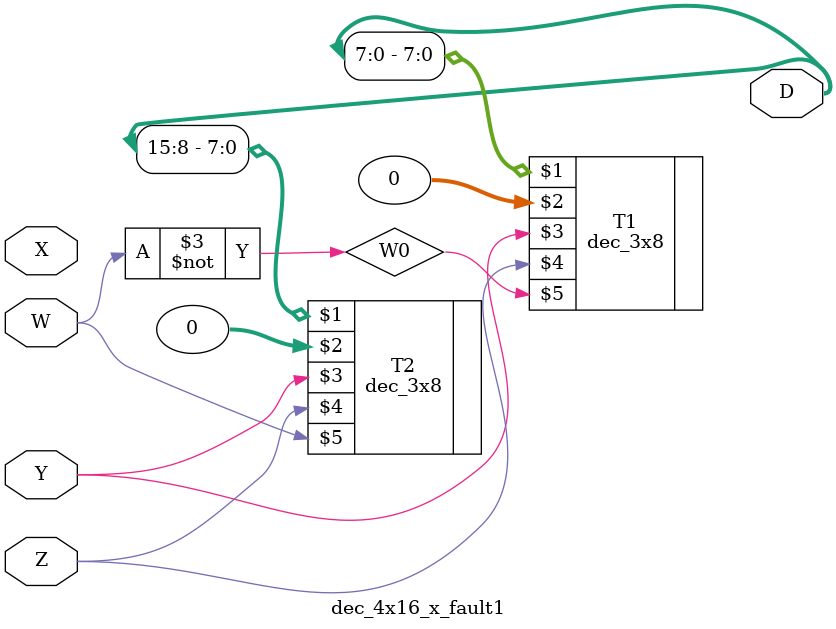
<source format=v>
`timescale 1ns / 1ps
module dec_4x16_x_fault1(output [15:0]D, input X,Y,Z,W);
wire W0;
not(W0,W);
dec_3x8 T1(D[7:0],0,Y,Z,W0), T2(D[15:8],0,Y,Z,W);

endmodule

</source>
